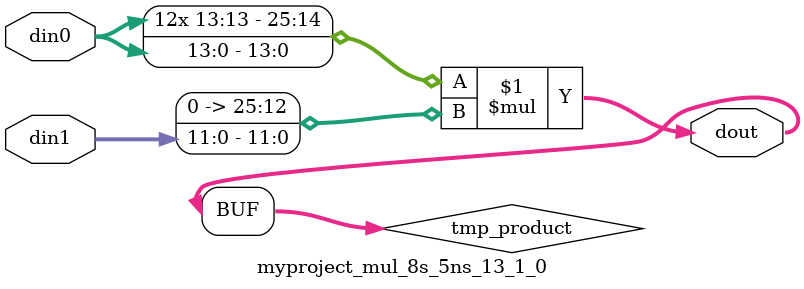
<source format=v>

`timescale 1 ns / 1 ps

  module myproject_mul_8s_5ns_13_1_0(din0, din1, dout);
parameter ID = 1;
parameter NUM_STAGE = 0;
parameter din0_WIDTH = 14;
parameter din1_WIDTH = 12;
parameter dout_WIDTH = 26;

input [din0_WIDTH - 1 : 0] din0; 
input [din1_WIDTH - 1 : 0] din1; 
output [dout_WIDTH - 1 : 0] dout;

wire signed [dout_WIDTH - 1 : 0] tmp_product;












assign tmp_product = $signed(din0) * $signed({1'b0, din1});









assign dout = tmp_product;







endmodule

</source>
